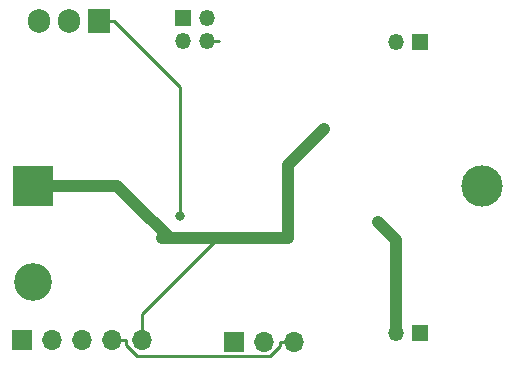
<source format=gbr>
G04 #@! TF.GenerationSoftware,KiCad,Pcbnew,(5.1.2)-2*
G04 #@! TF.CreationDate,2020-08-22T00:21:16+09:00*
G04 #@! TF.ProjectId,IRRemo,49525265-6d6f-42e6-9b69-6361645f7063,rev?*
G04 #@! TF.SameCoordinates,Original*
G04 #@! TF.FileFunction,Copper,L2,Bot*
G04 #@! TF.FilePolarity,Positive*
%FSLAX46Y46*%
G04 Gerber Fmt 4.6, Leading zero omitted, Abs format (unit mm)*
G04 Created by KiCad (PCBNEW (5.1.2)-2) date 2020-08-22 00:21:16*
%MOMM*%
%LPD*%
G04 APERTURE LIST*
%ADD10C,3.200000*%
%ADD11R,3.500000X3.500000*%
%ADD12C,3.500000*%
%ADD13O,1.350000X1.350000*%
%ADD14R,1.350000X1.350000*%
%ADD15O,1.905000X2.000000*%
%ADD16R,1.905000X2.000000*%
%ADD17O,1.700000X1.700000*%
%ADD18R,1.700000X1.700000*%
%ADD19C,0.800000*%
%ADD20C,1.000000*%
%ADD21C,0.250000*%
G04 APERTURE END LIST*
D10*
X99568000Y-94560000D03*
D11*
X99568000Y-86360000D03*
D12*
X137568000Y-86360000D03*
D13*
X130334000Y-98806000D03*
D14*
X132334000Y-98806000D03*
D15*
X100076000Y-72390000D03*
X102616000Y-72390000D03*
D16*
X105156000Y-72390000D03*
D13*
X130334000Y-74168000D03*
D14*
X132334000Y-74168000D03*
D17*
X121666000Y-99568000D03*
X119126000Y-99568000D03*
D18*
X116586000Y-99568000D03*
D13*
X114300000Y-74136000D03*
X112300000Y-74136000D03*
X114300000Y-72136000D03*
D14*
X112300000Y-72136000D03*
D17*
X108836000Y-99460000D03*
X106296000Y-99460000D03*
X103756000Y-99460000D03*
X101216000Y-99460000D03*
D18*
X98676000Y-99460000D03*
D19*
X121158000Y-90825200D03*
X108077000Y-87757000D03*
X124206000Y-81534000D03*
X128778000Y-89408000D03*
X112014000Y-88925400D03*
D20*
X100076000Y-86360000D02*
X106680000Y-86360000D01*
X106680000Y-86360000D02*
X108077000Y-87757000D01*
D21*
X115206000Y-90825200D02*
X108836000Y-97195300D01*
X108836000Y-97195300D02*
X108836000Y-99460000D01*
X115206000Y-90825200D02*
X120582000Y-90825200D01*
D20*
X108077000Y-87757000D02*
X111145000Y-90825200D01*
X121158000Y-90825200D02*
X121158000Y-84582000D01*
X121158000Y-84582000D02*
X124206000Y-81534000D01*
X110530000Y-90825200D02*
X111145000Y-90825200D01*
X111145000Y-90825200D02*
X115206000Y-90825200D01*
X115206000Y-90825200D02*
X120582000Y-90825200D01*
X120582000Y-90825200D02*
X121158000Y-90825200D01*
D21*
X100076000Y-86360000D02*
X99568000Y-86360000D01*
X114300000Y-74136000D02*
X115300000Y-74136000D01*
X115300000Y-74136000D02*
X115300000Y-74136300D01*
X121666000Y-99568000D02*
X120491000Y-99568000D01*
X120491000Y-99568000D02*
X120491000Y-99935300D01*
X120491000Y-99935300D02*
X119658000Y-100768000D01*
X119658000Y-100768000D02*
X108412000Y-100768000D01*
X108412000Y-100768000D02*
X107471000Y-99827300D01*
X107471000Y-99827300D02*
X107471000Y-99460000D01*
X107471000Y-99460000D02*
X106296000Y-99460000D01*
D20*
X130334000Y-98806000D02*
X130334000Y-90964000D01*
X130334000Y-90964000D02*
X128778000Y-89408000D01*
D21*
X105156000Y-72390000D02*
X106433800Y-72390000D01*
X112014000Y-88925400D02*
X112014000Y-77970200D01*
X112014000Y-77970200D02*
X106433800Y-72390000D01*
M02*

</source>
